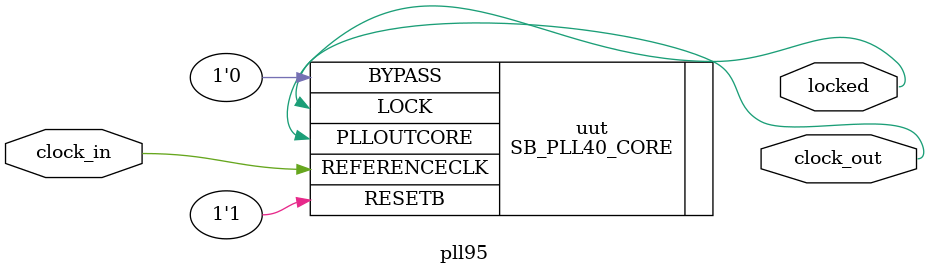
<source format=v>
/**
 * PLL configuration
 *
 * This Verilog module was generated automatically
 * using the icepll tool from the IceStorm project.
 * Use at your own risk.
 *
 * Given input frequency:        25.000 MHz
 * Requested output frequency:   95.000 MHz
 * Achieved output frequency:    95.312 MHz
 */

module pll95(
	input  clock_in,
	output clock_out,
	output locked
	);

SB_PLL40_CORE #(
		.FEEDBACK_PATH("SIMPLE"),
		.DIVR(4'b0001),		// DIVR =  1
		.DIVF(7'b0111100),	// DIVF = 60
		.DIVQ(3'b011),		// DIVQ =  3
		.FILTER_RANGE(3'b001)	// FILTER_RANGE = 1
	) uut (
		.LOCK(locked),
		.RESETB(1'b1),
		.BYPASS(1'b0),
		.REFERENCECLK(clock_in),
		.PLLOUTCORE(clock_out)
		);

endmodule

</source>
